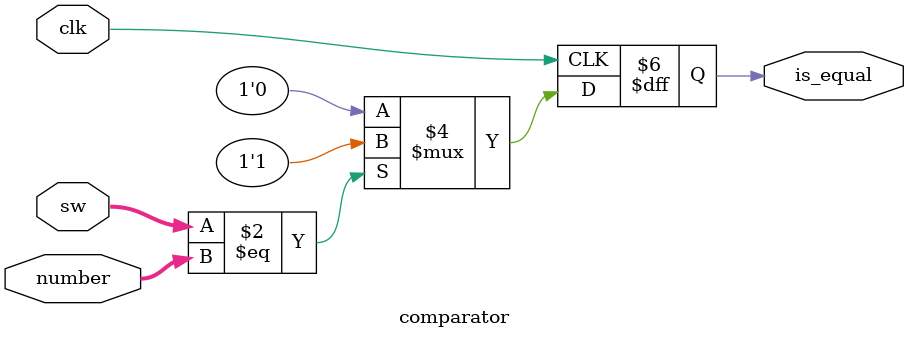
<source format=v>
`timescale 1ns / 1ps
module comparator(
    // Inputs
    clk,
    sw, // 8 switch -> 2^8-1 = 255
    number,
    // Outputs
    is_equal
);
  	input clk;
    input [7:0]   sw;
  	input [7:0]	number;
	
    output reg is_equal;
  	
    always@ (posedge clk) begin
        if (sw == number)
            is_equal <= 1;
        else
            is_equal <= 0;
    end
endmodule


</source>
